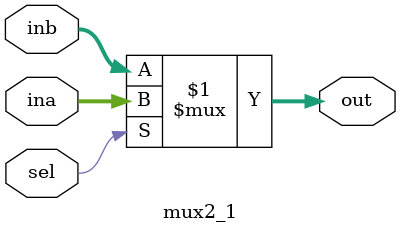
<source format=v>
`timescale 1ns / 1ps


module mux2_1(input [31:0] ina, inb,
              input sel,
              output [31:0] out);
              
        assign out = (sel) ? ina : inb;
endmodule

</source>
